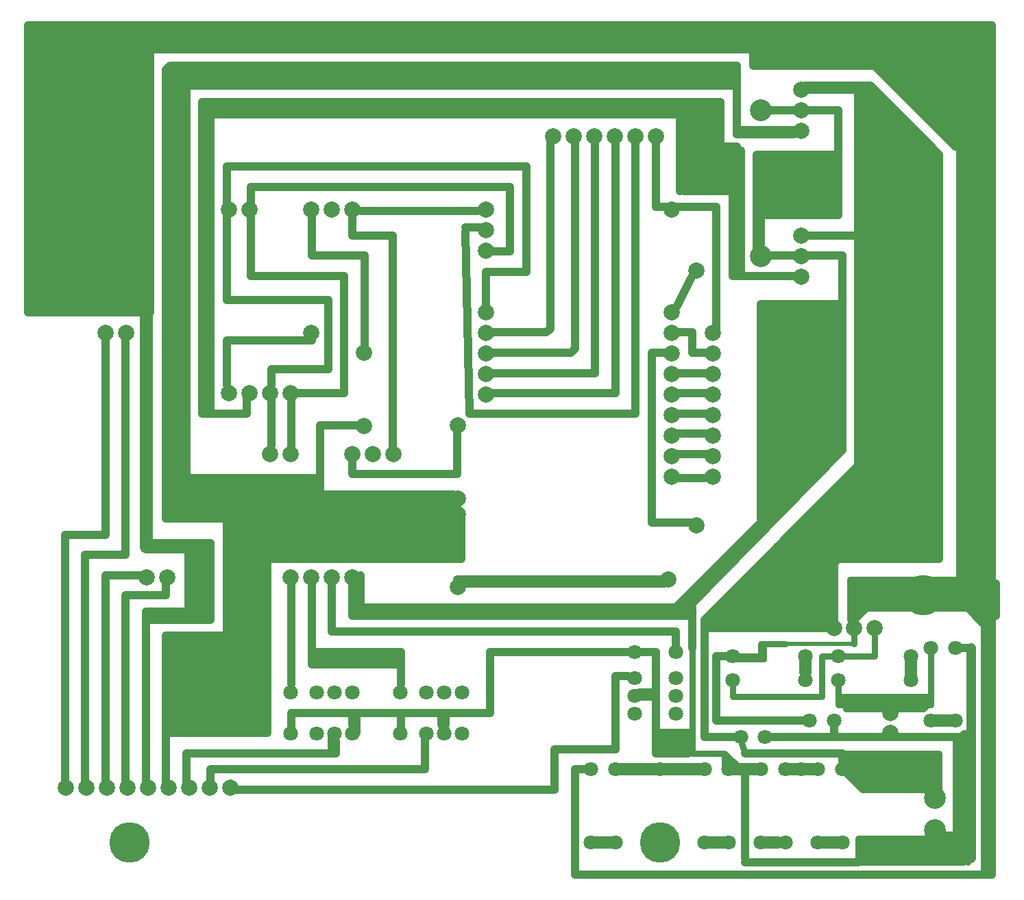
<source format=gbr>
%FSLAX32Y32*%
%MOMM*%
%LNKUPFERSEITE2*%
G71*
G01*
%ADD10C, 1.80*%
%ADD11C, 1.50*%
%ADD12C, 2.70*%
%ADD13C, 1.00*%
%ADD14C, 3.50*%
%ADD15C, 0.80*%
%ADD16C, 1.20*%
%ADD17C, 2.00*%
%ADD18C, 0.50*%
%ADD19C, 5.00*%
%ADD20C, 4.00*%
%ADD21C, 2.00*%
%ADD22C, 3.00*%
%ADD23C, 1.60*%
%LPD*%
X10100Y450D02*
G54D10*
D03*
X9800Y450D02*
G54D10*
D03*
X10100Y1350D02*
G54D10*
D03*
X9800Y1350D02*
G54D10*
D03*
X9400Y1350D02*
G54D10*
D03*
X9600Y1350D02*
G54D10*
D03*
X9400Y450D02*
G54D10*
D03*
X9100Y450D02*
G54D10*
D03*
X9100Y1350D02*
G54D10*
D03*
G54D11*
X9150Y450D02*
X9300Y450D01*
G54D11*
X9850Y450D02*
X10050Y450D01*
G54D11*
X9450Y1350D02*
X9550Y1350D01*
G54D11*
X9650Y1350D02*
X9750Y1350D01*
X8700Y1350D02*
G54D10*
D03*
X8700Y450D02*
G54D10*
D03*
X8400Y450D02*
G54D10*
D03*
X8400Y1350D02*
G54D10*
D03*
G54D11*
X8750Y1350D02*
X9050Y1350D01*
G54D11*
X8450Y450D02*
X8650Y450D01*
X7300Y1350D02*
G54D10*
D03*
X7850Y1350D02*
G54D10*
D03*
X7300Y450D02*
G54D10*
D03*
G54D11*
X7350Y1350D02*
X7800Y1350D01*
G54D11*
X7900Y1350D02*
X8350Y1350D01*
X7000Y450D02*
G54D10*
D03*
X7000Y1350D02*
G54D10*
D03*
G54D11*
X7050Y450D02*
X7250Y450D01*
X11250Y600D02*
G54D12*
D03*
X11250Y1000D02*
G54D12*
D03*
G54D13*
X8900Y1300D02*
X8900Y250D01*
G54D13*
X8900Y200D02*
X10300Y200D01*
G54D14*
X10450Y350D02*
X11450Y350D01*
G54D15*
X10250Y200D02*
X11600Y200D01*
G54D15*
X10300Y350D02*
X10300Y250D01*
G54D15*
X11350Y550D02*
X11600Y550D01*
G54D13*
X11550Y300D02*
X11550Y1750D01*
G54D15*
X11250Y1150D02*
X10400Y1150D01*
X10200Y1350D01*
G54D15*
X11150Y1100D02*
X10400Y1100D01*
X10350Y1100D01*
X10150Y1300D01*
G54D15*
X11300Y1150D02*
X11300Y1350D01*
X10200Y1350D01*
G54D15*
X10300Y1300D02*
X11250Y1300D01*
X11250Y1200D01*
X10400Y1200D01*
X10350Y1250D01*
X11250Y1250D01*
G54D15*
X11300Y1200D02*
X11300Y1100D01*
G54D15*
X10300Y350D02*
X10300Y500D01*
X10450Y500D01*
X11150Y500D01*
G54D13*
X10100Y1450D02*
X10100Y1550D01*
X8900Y1550D01*
G54D15*
X10150Y1450D02*
X10250Y1350D01*
X9150Y1750D02*
G54D10*
D03*
X8850Y1750D02*
G54D10*
D03*
G54D13*
X9200Y1750D02*
X11550Y1750D01*
X10000Y1950D02*
G54D10*
D03*
X9700Y1950D02*
G54D10*
D03*
G54D13*
X10000Y1900D02*
X10000Y1750D01*
G54D15*
X11500Y550D02*
X11500Y1700D01*
G54D15*
X11600Y600D02*
X11600Y1750D01*
X11450Y1750D01*
G54D15*
X11600Y600D02*
X11600Y200D01*
G54D15*
X10150Y1500D02*
X11300Y1500D01*
X11300Y1400D01*
X11300Y1300D01*
X11300Y1450D01*
X10200Y1450D01*
X10250Y1400D01*
X11250Y1400D01*
X11300Y1450D01*
G54D15*
X10100Y1550D02*
X11300Y1550D01*
X11300Y1400D01*
X11500Y1950D02*
G54D10*
D03*
X11200Y1950D02*
G54D10*
D03*
X11500Y2850D02*
G54D10*
D03*
X11200Y2850D02*
G54D10*
D03*
G54D11*
X11250Y1950D02*
X11450Y1950D01*
G54D16*
X11700Y250D02*
X11700Y2850D01*
G54D13*
X11700Y2850D02*
X11550Y2850D01*
G54D15*
X11700Y1800D02*
X11600Y1800D01*
X11550Y1750D01*
G54D15*
X11650Y1800D02*
X11650Y200D01*
G54D13*
X6900Y1350D02*
X6800Y1350D01*
X6800Y50D01*
X11950Y50D01*
X11950Y2950D01*
X10950Y2750D02*
G54D10*
D03*
X10050Y2750D02*
G54D10*
D03*
X10950Y2450D02*
G54D10*
D03*
X10050Y2450D02*
G54D10*
D03*
X9650Y2750D02*
G54D10*
D03*
X9650Y2450D02*
G54D10*
D03*
X8750Y2750D02*
G54D10*
D03*
X8750Y2450D02*
G54D10*
D03*
G54D11*
X9650Y2550D02*
X9650Y2700D01*
G54D11*
X10950Y2500D02*
X10950Y2700D01*
G54D15*
X8750Y2400D02*
X8750Y2250D01*
X9850Y2250D01*
X9850Y2750D01*
X10000Y2750D01*
G54D15*
X10050Y2400D02*
X10050Y2250D01*
X11200Y2250D01*
X11200Y2800D01*
G54D15*
X10050Y2200D02*
X11200Y2200D01*
X11200Y2300D01*
G54D15*
X10050Y2300D02*
X10050Y2200D01*
X10700Y1800D02*
G54D17*
D03*
X10700Y2050D02*
G54D17*
D03*
G54D15*
X10050Y2150D02*
X11200Y2150D01*
X11200Y2250D01*
X10050Y2250D01*
X10050Y2150D01*
G54D15*
X10150Y2100D02*
X11100Y2100D01*
X11150Y2150D01*
G54D13*
X9650Y1950D02*
X8550Y1950D01*
G54D13*
X8550Y1950D02*
X8550Y2750D01*
X8750Y2750D01*
G54D13*
X8550Y2100D02*
X8550Y1950D01*
X10500Y3100D02*
G54D17*
D03*
X10250Y3100D02*
G54D17*
D03*
X10000Y3100D02*
G54D17*
D03*
G54D18*
X8700Y2700D02*
X9150Y2700D01*
X9150Y2850D01*
X9150Y2900D01*
X10250Y2900D01*
X10250Y2950D01*
G54D15*
X8750Y2750D02*
X9100Y2750D01*
X9100Y2900D01*
X9400Y2900D01*
G54D15*
X10250Y2900D02*
X10250Y3000D01*
G54D15*
X10100Y2750D02*
X10500Y2750D01*
X10500Y3050D01*
G54D13*
X10250Y3150D02*
X10250Y3200D01*
X10400Y3350D01*
X11950Y3350D01*
X11950Y2900D01*
X11950Y2950D01*
X11950Y3300D01*
G54D15*
X10200Y3200D02*
X10200Y3700D01*
X11950Y3700D01*
X11950Y3400D01*
X10250Y3400D01*
X10250Y3350D01*
X10200Y3300D01*
X10200Y3400D01*
X10300Y3500D01*
X10300Y3600D01*
X10250Y3650D01*
X10250Y3500D01*
X10250Y3550D01*
X10350Y3650D01*
X11900Y3650D01*
X11900Y3450D01*
X10300Y3450D01*
X10300Y3550D01*
X10350Y3600D01*
X11850Y3600D01*
X11950Y3500D01*
X11850Y3500D01*
X10350Y3500D01*
X10300Y3550D01*
X11850Y3550D01*
G54D15*
X11850Y3300D02*
X11850Y100D01*
X11900Y50D01*
X11900Y3200D01*
X11900Y3400D01*
X11100Y3500D02*
G54D19*
D03*
G54D15*
X8900Y1550D02*
X8850Y1700D01*
G54D13*
X8800Y1750D02*
X8400Y1750D01*
X8400Y3050D01*
G54D15*
X8650Y1400D02*
X8650Y1550D01*
X8250Y1550D01*
X8250Y3150D01*
G54D15*
X8650Y1550D02*
X8800Y1400D01*
X8750Y1400D01*
X8700Y1450D01*
G54D13*
X9950Y3100D02*
X8400Y3100D01*
X7950Y3700D02*
G54D17*
D03*
X8000Y4970D02*
G54D17*
D03*
X8000Y5224D02*
G54D17*
D03*
X8000Y5478D02*
G54D17*
D03*
X8000Y5732D02*
G54D17*
D03*
X8000Y5986D02*
G54D17*
D03*
X8000Y6240D02*
G54D17*
D03*
X8000Y6494D02*
G54D17*
D03*
X8000Y6748D02*
G54D17*
D03*
X8000Y7002D02*
G54D17*
D03*
X8000Y8272D02*
G54D17*
D03*
X5700Y8272D02*
G54D17*
D03*
X5700Y8018D02*
G54D17*
D03*
X5700Y7764D02*
G54D17*
D03*
X5700Y7002D02*
G54D17*
D03*
X5700Y6748D02*
G54D17*
D03*
X5700Y6494D02*
G54D17*
D03*
X5700Y6240D02*
G54D17*
D03*
X5700Y5986D02*
G54D17*
D03*
G54D20*
X200Y10400D02*
X6025Y10400D01*
X11800Y10400D01*
G54D21*
X11900Y3650D02*
X11900Y10450D01*
X11900Y10450D01*
G54D22*
X11650Y3750D02*
X11650Y10450D01*
G54D21*
X10500Y4100D02*
X10500Y9650D01*
G54D21*
X10700Y4050D02*
X10700Y9450D01*
G54D21*
X10900Y4050D02*
X10900Y9250D01*
G54D21*
X11100Y4100D02*
X11050Y9100D01*
G54D21*
X11250Y4100D02*
X11250Y8900D01*
G54D15*
X11800Y3650D02*
X11800Y10550D01*
X7800Y9172D02*
G54D17*
D03*
X7546Y9172D02*
G54D17*
D03*
X7292Y9172D02*
G54D17*
D03*
X7038Y9172D02*
G54D17*
D03*
X6784Y9172D02*
G54D17*
D03*
X6530Y9172D02*
G54D17*
D03*
G54D13*
X7800Y9100D02*
X7800Y8300D01*
X7800Y8300D01*
X7950Y8300D01*
X8500Y6748D02*
G54D17*
D03*
X8500Y6494D02*
G54D17*
D03*
X8500Y6240D02*
G54D17*
D03*
X8500Y5986D02*
G54D17*
D03*
X8500Y5732D02*
G54D17*
D03*
X8500Y5478D02*
G54D17*
D03*
X8500Y5224D02*
G54D17*
D03*
X8500Y4970D02*
G54D17*
D03*
G54D13*
X8050Y6750D02*
X8250Y6750D01*
X8250Y6500D01*
X8250Y6500D01*
X8400Y6500D01*
X8450Y6500D01*
G54D13*
X8000Y8300D02*
X8550Y8300D01*
X8550Y6800D01*
G54D13*
X8050Y6250D02*
X8500Y6250D01*
G54D13*
X8050Y6000D02*
X8450Y6000D01*
G54D13*
X8050Y5750D02*
X8350Y5750D01*
X8450Y5750D01*
G54D13*
X8050Y5500D02*
X8450Y5500D01*
G54D13*
X8050Y5250D02*
X8450Y5250D01*
G54D13*
X8050Y4950D02*
X8400Y4950D01*
X8300Y4370D02*
G54D17*
D03*
G54D13*
X7950Y6500D02*
X7750Y6500D01*
X7750Y4400D01*
X8250Y4400D01*
X8300Y7520D02*
G54D17*
D03*
G54D13*
X8050Y7050D02*
X8250Y7450D01*
G54D13*
X7550Y9100D02*
X7550Y5750D01*
X5500Y5750D01*
X5450Y8000D01*
G54D13*
X5450Y8050D02*
X5650Y8050D01*
G54D13*
X5750Y7750D02*
X5950Y7750D01*
X6000Y7750D01*
X6000Y8550D01*
X2850Y8550D01*
G54D13*
X5700Y7100D02*
X5700Y7500D01*
X6200Y7500D01*
X6200Y8800D01*
X5050Y8800D01*
G54D13*
X5750Y6000D02*
X7300Y6000D01*
X7300Y9100D01*
G54D13*
X5750Y6250D02*
X7050Y6250D01*
X7050Y9100D01*
G54D13*
X5750Y6500D02*
X6750Y6500D01*
X6800Y6550D01*
X6800Y9100D01*
G54D13*
X5750Y6750D02*
X6450Y6750D01*
X6500Y6800D01*
X6500Y9100D01*
X9600Y9750D02*
G54D17*
D03*
X9600Y9496D02*
G54D17*
D03*
X9600Y9242D02*
G54D17*
D03*
X9100Y9496D02*
G54D12*
D03*
X9600Y7950D02*
G54D17*
D03*
X9600Y7696D02*
G54D17*
D03*
X9600Y7442D02*
G54D17*
D03*
X9100Y7696D02*
G54D12*
D03*
G54D21*
X10350Y9700D02*
X10350Y4100D01*
G54D13*
X9650Y9750D02*
X10400Y9750D01*
G54D13*
X9650Y7950D02*
X10350Y7950D01*
X10200Y7950D01*
X10650Y7950D01*
G54D13*
X8400Y3200D02*
X10300Y5100D01*
X10300Y4050D01*
X9350Y4050D01*
X9300Y4100D01*
X10200Y4100D01*
X10250Y4150D01*
G54D13*
X10000Y3200D02*
X10000Y4050D01*
X9350Y4050D01*
X9250Y3950D01*
X8450Y3150D01*
X9850Y3150D01*
X9900Y3200D01*
X9900Y4000D01*
X9350Y4000D01*
X9300Y3950D01*
X9300Y3900D01*
X8600Y3200D01*
X9800Y3200D01*
X9850Y3250D01*
X9850Y3950D01*
X9400Y3950D01*
X9350Y3900D01*
X9350Y3800D01*
X8800Y3250D01*
X9750Y3250D01*
X9800Y3300D01*
X9800Y3850D01*
X9750Y3900D01*
X9500Y3900D01*
X9450Y3850D01*
X9350Y3850D01*
X8700Y3200D01*
X8850Y3200D01*
X9050Y3400D01*
X9750Y3400D01*
X9700Y3350D01*
X9050Y3350D01*
X9050Y3400D01*
X9500Y3850D01*
X9700Y3850D01*
X9700Y3450D01*
X9300Y3450D01*
X9250Y3500D01*
X9550Y3800D01*
X9600Y3750D01*
X9600Y3650D01*
X9650Y3600D01*
X9600Y3550D01*
X9350Y3550D01*
X9400Y3550D01*
X9650Y3800D01*
X9650Y3550D01*
X9550Y3650D01*
X9350Y3650D01*
X9200Y3500D01*
X9350Y3500D01*
X9700Y3850D01*
G54D13*
X9450Y4150D02*
X9500Y4150D01*
X10350Y5000D01*
X10350Y4400D01*
X10050Y4100D01*
X10050Y4600D01*
X10200Y4750D01*
X10200Y4800D01*
X10200Y4250D01*
X10200Y4550D01*
X10100Y4650D01*
X10100Y4200D01*
X10300Y4200D01*
X9600Y4200D01*
X9550Y4150D01*
X9650Y4150D01*
X10050Y4550D01*
X10050Y4300D01*
X9950Y4200D01*
X9850Y4300D01*
X9900Y4300D01*
X10000Y4400D01*
G54D13*
X10050Y4000D02*
X11300Y4000D01*
X11300Y4150D01*
X10700Y4150D01*
X10600Y4050D01*
X11100Y4050D01*
X11150Y4000D01*
G54D13*
X10350Y9800D02*
X9650Y9800D01*
G54D13*
X9650Y7700D02*
X10100Y7700D01*
X10100Y5300D01*
X8250Y3400D01*
G54D13*
X9450Y4200D02*
X10200Y4950D01*
X10200Y4800D01*
X9700Y4300D01*
X10050Y4300D01*
X10050Y3950D01*
X9550Y3450D01*
X9750Y3250D01*
X9750Y3350D01*
X9900Y3500D01*
X9250Y3500D01*
X9050Y3300D01*
X9250Y3300D01*
X10400Y4450D01*
X10400Y4500D01*
X10450Y4550D01*
G54D13*
X10800Y9450D02*
X10800Y4050D01*
G54D13*
X8250Y3400D02*
X8250Y3550D01*
X10050Y5350D01*
X9950Y5350D01*
X9150Y4550D01*
X9150Y7100D01*
X10050Y7100D01*
X10050Y5450D01*
X10000Y5400D01*
G54D13*
X8250Y3300D02*
X8250Y3500D01*
X8350Y3500D01*
X8400Y3650D01*
X9950Y5250D01*
X9950Y7050D01*
X9200Y7050D01*
X9200Y4700D01*
X9900Y5400D01*
X9900Y7050D01*
X9350Y7050D01*
X9250Y6950D01*
X9250Y4850D01*
X9850Y5450D01*
X9850Y6950D01*
X9800Y7000D01*
X9400Y7000D01*
X9350Y7000D01*
X9300Y6950D01*
X9300Y5000D01*
X9800Y5500D01*
X9750Y5500D01*
X9750Y6900D01*
X9800Y6950D01*
X9400Y6950D01*
X9350Y6900D01*
X9350Y5150D01*
X9700Y5500D01*
X9700Y6900D01*
X9450Y6900D01*
X9450Y5300D01*
X9400Y5250D01*
X9400Y5350D01*
X9650Y5600D01*
X9650Y6850D01*
X9550Y6850D01*
X9550Y5550D01*
X9500Y5500D01*
X9500Y6900D01*
G54D13*
X9500Y5300D02*
X9500Y5400D01*
X9600Y5500D01*
G54D13*
X9150Y4650D02*
X9150Y4450D01*
X9150Y4600D01*
X9200Y4650D01*
X9200Y4550D01*
G54D13*
X11850Y10550D02*
X11950Y10550D01*
X11950Y10400D01*
G54D13*
X11300Y8950D02*
X11150Y9100D01*
X10450Y9800D01*
X10350Y9800D01*
G54D13*
X10500Y9650D02*
X10700Y9450D01*
G54D13*
X10600Y9500D02*
X10600Y9400D01*
X10750Y9400D01*
X11150Y9000D01*
G54D13*
X11150Y9000D02*
X11150Y8850D01*
G54D13*
X9650Y9500D02*
X10050Y9500D01*
X10050Y8200D01*
X9050Y8200D01*
X9050Y7850D01*
X9100Y7850D01*
X9100Y8150D01*
G54D13*
X9200Y7700D02*
X9550Y7700D01*
G54D13*
X9050Y7800D02*
X9050Y8000D01*
G54D13*
X9050Y8000D02*
X9050Y8950D01*
X10000Y8950D01*
X10000Y8300D01*
X9950Y8250D01*
X9150Y8250D01*
X9100Y8300D01*
X9100Y8900D01*
X9900Y8900D01*
X9900Y8300D01*
X9200Y8300D01*
X9150Y8350D01*
X9150Y8800D01*
X9200Y8850D01*
X9800Y8850D01*
X9900Y8750D01*
X9900Y8450D01*
X9800Y8350D01*
X9250Y8350D01*
X9250Y8800D01*
X9750Y8800D01*
X9800Y8850D01*
X9800Y8400D01*
X9350Y8400D01*
X9300Y8450D01*
X9300Y8750D01*
X9700Y8750D01*
X9700Y8500D01*
X9350Y8500D01*
X9350Y8650D01*
X9400Y8700D01*
X9600Y8700D01*
X9650Y8650D01*
X9650Y8600D01*
X9600Y8550D01*
X9450Y8550D01*
X9400Y8600D01*
X9550Y8600D01*
X9600Y8650D01*
X9600Y8550D01*
X9700Y8450D01*
X9500Y8450D01*
G54D13*
X9200Y9500D02*
X9500Y9500D01*
G54D13*
X9500Y9250D02*
X8950Y9250D01*
X8800Y9250D01*
X8800Y10050D01*
X1800Y10050D01*
G54D13*
X9550Y7450D02*
X8850Y7450D01*
X8850Y8500D01*
X8150Y8500D01*
X8100Y8550D01*
X8100Y9450D01*
X2200Y9450D01*
X2200Y9600D01*
X8100Y9600D01*
X8100Y9500D01*
X2700Y9500D01*
X2550Y9500D01*
X2200Y9500D01*
G54D13*
X8600Y8500D02*
X8600Y9600D01*
G54D13*
X8100Y9600D02*
X8550Y9600D01*
X8550Y8600D01*
X8150Y8600D01*
X8150Y9550D01*
X8500Y9550D01*
X8500Y8650D01*
X8200Y8650D01*
X8200Y9500D01*
X8450Y9500D01*
X8450Y8650D01*
X8300Y8650D01*
X8250Y8700D01*
X8250Y9500D01*
X8350Y9500D01*
X8350Y8700D01*
G54D13*
X8750Y9800D02*
X1750Y9800D01*
G54D13*
X9500Y9200D02*
X8800Y9200D01*
X8800Y9350D01*
X8800Y9450D01*
G54D13*
X10100Y3950D02*
X11300Y3950D01*
X11300Y4050D01*
G54D13*
X10250Y3950D02*
X10000Y3950D01*
G54D13*
X9800Y4250D02*
X9700Y4250D01*
G54D13*
X9950Y3200D02*
X9950Y4300D01*
X9950Y4150D01*
X9900Y4100D01*
G54D13*
X8300Y3500D02*
X8600Y3800D01*
X8500Y3800D01*
X8250Y3550D01*
G54D13*
X10600Y4150D02*
X10600Y9350D01*
G54D13*
X9650Y8500D02*
X9800Y8500D01*
G54D13*
X8300Y9500D02*
X8300Y8700D01*
G54D13*
X9850Y8800D02*
X9850Y8450D01*
X9850Y8600D01*
X9800Y8650D01*
X9400Y8650D01*
X9400Y8800D01*
X9450Y8850D01*
X9750Y8850D01*
G54D13*
X10550Y9100D02*
X10550Y8950D01*
X10500Y8900D01*
X10500Y7850D01*
X10450Y7800D01*
G54D13*
X9100Y10350D02*
X9100Y10150D01*
X10650Y10150D01*
X10650Y10100D01*
X11550Y9200D01*
X11550Y10300D01*
X11500Y10350D01*
X9200Y10350D01*
X9150Y10300D01*
X9150Y10250D01*
X11500Y10250D01*
X9250Y10250D01*
X9200Y10300D01*
X11500Y10300D01*
X11550Y10250D01*
X11550Y9400D01*
X11500Y9350D01*
X10600Y10250D01*
X10700Y10250D01*
X10800Y10150D01*
X11500Y10150D01*
X11500Y10200D01*
X10800Y10200D01*
X10800Y10150D01*
X11500Y9450D01*
X11500Y10050D01*
X10950Y10050D01*
X10900Y10100D01*
X11450Y10100D01*
X11450Y9600D01*
X11050Y10000D01*
X11350Y10000D01*
X11350Y9800D01*
X11400Y9750D01*
X11400Y10000D01*
X11250Y10000D01*
X11200Y9950D01*
X11300Y9950D01*
X11300Y9850D01*
X11250Y9900D01*
G54D13*
X9100Y10050D02*
X10600Y10050D01*
G54D13*
X10300Y5100D02*
X10300Y4950D01*
X10150Y4800D01*
G54D13*
X9750Y6250D02*
X9750Y5650D01*
X9750Y6050D01*
G54D13*
X8550Y3800D02*
X8800Y4050D01*
G54D13*
X10150Y4900D02*
X10300Y5050D01*
G54D13*
X9650Y5400D02*
X9650Y5500D01*
X9700Y5550D01*
X4050Y8272D02*
G54D17*
D03*
X3542Y8272D02*
G54D17*
D03*
X2780Y8272D02*
G54D17*
D03*
X2526Y8272D02*
G54D17*
D03*
G54D13*
X8600Y9600D02*
X8350Y9600D01*
X3796Y8272D02*
G54D17*
D03*
G54D13*
X4150Y8250D02*
X5600Y8250D01*
X3542Y6748D02*
G54D17*
D03*
X1256Y6748D02*
G54D17*
D03*
X1002Y6748D02*
G54D17*
D03*
G54D13*
X9100Y4450D02*
X9100Y7100D01*
X9250Y7100D01*
X4558Y5250D02*
G54D17*
D03*
X4304Y5250D02*
G54D17*
D03*
X4050Y5250D02*
G54D17*
D03*
X3288Y5250D02*
G54D17*
D03*
X3034Y5250D02*
G54D17*
D03*
X4050Y3726D02*
G54D17*
D03*
X3796Y3726D02*
G54D17*
D03*
X3542Y3726D02*
G54D17*
D03*
X3288Y3726D02*
G54D17*
D03*
X1764Y3726D02*
G54D17*
D03*
X1510Y3726D02*
G54D17*
D03*
G54D13*
X8400Y3050D02*
X8400Y3200D01*
G54D13*
X8250Y3300D02*
X8250Y3200D01*
G54D13*
X8250Y3250D02*
X8250Y2850D01*
G54D13*
X2800Y8550D02*
X2800Y8350D01*
G54D13*
X5000Y8800D02*
X2500Y8800D01*
X2500Y8350D01*
X5358Y5600D02*
G54D17*
D03*
X5358Y4700D02*
G54D17*
D03*
X5358Y4500D02*
G54D17*
D03*
X5358Y3600D02*
G54D17*
D03*
G54D13*
X5350Y4650D02*
X5350Y4550D01*
X3288Y6000D02*
G54D17*
D03*
X3034Y6000D02*
G54D17*
D03*
X2780Y6000D02*
G54D17*
D03*
X2526Y6000D02*
G54D17*
D03*
G54D13*
X4050Y8200D02*
X4050Y7950D01*
X4550Y7950D01*
X4550Y5350D01*
X4192Y6498D02*
G54D17*
D03*
X4192Y5598D02*
G54D17*
D03*
G54D13*
X3550Y8200D02*
X3550Y7700D01*
X4200Y7700D01*
X4200Y6600D01*
G54D13*
X4050Y5200D02*
X4050Y5000D01*
X5350Y5000D01*
X5350Y5550D01*
G54D13*
X4100Y5600D02*
X3650Y5600D01*
X3650Y4600D01*
X5300Y4600D01*
G54D13*
X3300Y5350D02*
X3300Y5950D01*
G54D13*
X3050Y5350D02*
X3050Y5950D01*
G54D13*
X2500Y6100D02*
X2500Y6650D01*
X3550Y6650D01*
G54D13*
X2750Y5950D02*
X2750Y5750D01*
X2300Y5750D01*
X2300Y9400D01*
G54D13*
X2250Y9400D02*
X2250Y5750D01*
G54D13*
X2200Y9400D02*
X2200Y5750D01*
G54D13*
X2200Y9600D02*
X2200Y9300D01*
G54D13*
X2550Y5750D02*
X2200Y5750D01*
G54D13*
X2800Y8200D02*
X2800Y7450D01*
X3950Y7450D01*
X3950Y6000D01*
X3350Y6000D01*
G54D13*
X2500Y8200D02*
X2500Y7150D01*
X3550Y7150D01*
X3400Y7150D01*
G54D13*
X3550Y7150D02*
X3750Y7150D01*
X3750Y6300D01*
X3050Y6300D01*
X3050Y6100D01*
G54D13*
X3600Y4950D02*
X1950Y4950D01*
X1950Y9800D01*
X1850Y9800D01*
X1850Y4850D01*
X3600Y4850D01*
X3600Y4900D01*
X1900Y4900D01*
X1900Y9800D01*
G54D13*
X1800Y9750D02*
X1800Y4800D01*
X3600Y4800D01*
X3600Y4700D01*
X1800Y4700D01*
X1800Y4750D01*
X3600Y4750D01*
X3600Y4600D01*
X1800Y4600D01*
X1800Y4800D01*
X1800Y4650D01*
X3600Y4650D01*
G54D13*
X2000Y9800D02*
X2000Y4950D01*
G54D13*
X1750Y9750D02*
X1750Y4600D01*
X2000Y4600D01*
G54D13*
X1750Y9700D02*
X1750Y10000D01*
G54D13*
X3450Y4600D02*
X3750Y4600D01*
G54D13*
X5250Y4550D02*
X1750Y4550D01*
G54D13*
X5250Y4500D02*
X1750Y4500D01*
G54D13*
X5300Y4450D02*
X1750Y4450D01*
X1750Y4700D01*
X510Y1126D02*
G54D17*
D03*
X764Y1126D02*
G54D17*
D03*
X1018Y1126D02*
G54D17*
D03*
X1272Y1126D02*
G54D17*
D03*
X1526Y1126D02*
G54D17*
D03*
X1780Y1126D02*
G54D17*
D03*
X2034Y1126D02*
G54D17*
D03*
X2288Y1126D02*
G54D17*
D03*
X2542Y1126D02*
G54D17*
D03*
G54D13*
X3700Y4650D02*
X5250Y4650D01*
X5250Y4700D01*
X3700Y4700D01*
X3700Y4750D01*
X5300Y4750D01*
G54D13*
X750Y1200D02*
X750Y4000D01*
X1250Y4000D01*
X1250Y6700D01*
G54D13*
X1000Y6700D02*
X1000Y4250D01*
X500Y4250D01*
X500Y1200D01*
G54D13*
X1000Y1200D02*
X1000Y3750D01*
X1450Y3750D01*
G54D13*
X1750Y3650D02*
X1750Y3500D01*
X1250Y3500D01*
X1250Y1200D01*
G54D13*
X50Y10550D02*
X50Y7000D01*
X100Y7000D01*
X100Y10250D01*
X150Y10250D01*
X150Y7000D01*
X200Y7000D01*
X200Y10200D01*
X250Y10200D01*
X250Y7000D01*
X300Y7000D01*
X300Y10250D01*
X350Y10250D01*
X350Y7000D01*
X400Y7000D01*
X400Y10200D01*
X450Y10200D01*
X450Y7000D01*
X500Y7000D01*
X500Y10200D01*
X550Y10200D01*
X550Y7000D01*
X600Y7000D01*
X600Y10200D01*
X650Y10200D01*
X650Y7000D01*
G54D21*
X700Y10200D02*
X700Y7050D01*
X800Y7050D01*
X800Y10200D01*
X950Y10200D01*
X950Y7050D01*
G54D21*
X1100Y7050D02*
X1100Y10150D01*
X1250Y10150D01*
X1250Y7050D01*
X1400Y7050D01*
X1400Y10150D01*
X1500Y10150D01*
X1500Y7050D01*
G54D13*
X50Y7000D02*
X1550Y7000D01*
X1550Y7400D01*
G54D13*
X1650Y10550D02*
X50Y10550D01*
G54D23*
X1500Y6950D02*
X1500Y4100D01*
G54D23*
X1500Y4100D02*
X1950Y4100D01*
X2050Y4100D01*
X2050Y3250D01*
X1550Y3250D01*
G54D13*
X1500Y3250D02*
X1500Y1200D01*
G54D13*
X1500Y3300D02*
X1750Y3300D01*
X1950Y3300D01*
X1950Y3300D01*
X1500Y3300D01*
G54D13*
X1500Y3300D02*
X1500Y3200D01*
G54D13*
X2050Y4150D02*
X2150Y4150D01*
X2150Y3200D01*
X2250Y3200D01*
X2250Y4150D01*
X2200Y4150D01*
X2200Y3250D01*
X2300Y3250D01*
X2300Y4150D01*
X1550Y4150D01*
G54D13*
X2300Y3400D02*
X2300Y3200D01*
X1550Y3200D01*
G54D13*
X2500Y4400D02*
X2500Y3000D01*
X1800Y3000D01*
X1750Y3000D01*
X1750Y1200D01*
G54D13*
X1800Y1800D02*
X3000Y1800D01*
X3000Y4400D01*
X2600Y4400D01*
X2550Y4400D01*
X2550Y2950D01*
X1800Y2950D01*
X1800Y1850D01*
X2950Y1850D01*
X2950Y4350D01*
X2600Y4350D01*
X2600Y2900D01*
X1850Y2900D01*
X1850Y1900D01*
X2900Y1900D01*
X2900Y4300D01*
X2700Y4300D01*
X2650Y4300D01*
X2650Y2850D01*
X1950Y2850D01*
X1850Y2850D01*
X1900Y2850D01*
X1900Y1950D01*
X2900Y1950D01*
X2850Y1950D01*
X2850Y4250D01*
X2700Y4250D01*
X2700Y2800D01*
X1950Y2800D01*
X1950Y2000D01*
X2800Y2000D01*
X2800Y4200D01*
X2800Y4200D01*
X2800Y2050D01*
X2750Y2050D01*
X2750Y4400D01*
G54D13*
X2700Y2750D02*
X2000Y2750D01*
X2000Y2050D01*
X2700Y2050D01*
X2700Y2700D01*
X2050Y2700D01*
X2050Y2100D01*
X2650Y2100D01*
X2650Y2700D01*
X2100Y2700D01*
X2100Y2150D01*
X2600Y2150D01*
X2600Y2650D01*
X2150Y2650D01*
X2150Y2200D01*
X2550Y2200D01*
X2550Y2600D01*
X2200Y2600D01*
X2200Y2250D01*
X2500Y2250D01*
X2500Y2550D01*
X2250Y2550D01*
X2250Y2300D01*
X2450Y2300D01*
X2450Y2500D01*
X2300Y2500D01*
X2300Y2350D01*
X2400Y2350D01*
X2400Y2450D01*
G54D13*
X2350Y2650D02*
X2350Y2250D01*
X2300Y2200D01*
X2300Y2400D01*
X2350Y2450D01*
G54D13*
X7850Y3700D02*
X5350Y3700D01*
G54D13*
X5450Y3650D02*
X7900Y3650D01*
G54D13*
X1550Y10000D02*
X1550Y10350D01*
G54D13*
X1800Y10050D02*
X1750Y10000D01*
X8750Y10000D01*
X8750Y9850D01*
X1800Y9850D01*
X1800Y9950D01*
X8700Y9950D01*
X8700Y9900D01*
X1850Y9900D01*
G54D13*
X9000Y10250D02*
X9000Y10050D01*
X9050Y10050D01*
X9050Y10200D01*
G54D13*
X9000Y10050D02*
X10700Y10050D01*
X10750Y10000D01*
G54D13*
X10600Y10050D02*
X11550Y9100D01*
X11550Y9050D01*
X11500Y9050D01*
X10550Y10000D01*
G54D13*
X11300Y8950D02*
X11300Y8800D01*
G54D13*
X8200Y3400D02*
X8200Y3400D01*
X8200Y3350D01*
X4050Y3350D01*
X4050Y3650D01*
G54D13*
X4150Y3700D02*
X4150Y3400D01*
X4150Y3750D01*
G54D13*
X4050Y3350D02*
X4050Y3300D01*
X8200Y3300D01*
X8200Y3250D01*
X4050Y3250D01*
X4050Y3450D01*
G54D13*
X8100Y3350D02*
X8250Y3500D01*
X8250Y3550D01*
X8050Y3350D01*
G54D13*
X8100Y8500D02*
X8100Y8500D01*
X8100Y8800D01*
X8050Y2800D02*
G54D10*
D03*
X8050Y2480D02*
G54D10*
D03*
X8050Y2260D02*
G54D10*
D03*
X8050Y2040D02*
G54D10*
D03*
X7542Y2800D02*
G54D10*
D03*
X7542Y2480D02*
G54D10*
D03*
X7542Y2260D02*
G54D10*
D03*
X7542Y2040D02*
G54D10*
D03*
G54D13*
X3800Y3650D02*
X3800Y3050D01*
X8050Y3050D01*
X8050Y2850D01*
G54D13*
X7600Y2800D02*
X7750Y2800D01*
X7800Y2800D01*
X7800Y1800D01*
G54D13*
X7800Y1800D02*
X8200Y1800D01*
X8200Y1750D01*
X7800Y1750D01*
X7800Y1700D01*
X8200Y1700D01*
X8200Y1650D01*
X7800Y1650D01*
X7800Y1600D01*
X8200Y1600D01*
X8200Y1550D01*
X7800Y1550D01*
X7800Y1900D01*
G54D13*
X7600Y2250D02*
X7750Y2250D01*
X7750Y2300D01*
X7600Y2300D01*
G54D13*
X2650Y1100D02*
X6550Y1100D01*
X6550Y1600D01*
X7300Y1600D01*
X7300Y2500D01*
X7450Y2500D01*
X3292Y2300D02*
G54D10*
D03*
X3292Y1792D02*
G54D10*
D03*
X3612Y2300D02*
G54D10*
D03*
X3612Y1792D02*
G54D10*
D03*
X3832Y2300D02*
G54D10*
D03*
X3832Y1792D02*
G54D10*
D03*
X4052Y2300D02*
G54D10*
D03*
X4052Y1792D02*
G54D10*
D03*
X4642Y2300D02*
G54D10*
D03*
X4642Y1792D02*
G54D10*
D03*
X4962Y2300D02*
G54D10*
D03*
X4962Y1792D02*
G54D10*
D03*
X5182Y2300D02*
G54D10*
D03*
X5182Y1792D02*
G54D10*
D03*
X5402Y2300D02*
G54D10*
D03*
X5402Y1792D02*
G54D10*
D03*
G54D13*
X3300Y3650D02*
X3300Y2400D01*
G54D13*
X4650Y2400D02*
X4650Y2650D01*
X3550Y2650D01*
X3550Y3650D01*
G54D13*
X3600Y2700D02*
X4650Y2700D01*
X4650Y2750D01*
X3600Y2750D01*
X3600Y2800D01*
X4650Y2800D01*
X4650Y2550D01*
G54D13*
X7450Y2800D02*
X5750Y2800D01*
X5750Y2050D01*
X3300Y2050D01*
X3300Y1850D01*
G54D13*
X4650Y2000D02*
X4650Y1850D01*
G54D13*
X5150Y2000D02*
X5150Y1900D01*
X5200Y1850D01*
G54D13*
X5200Y1900D02*
X5200Y2000D01*
G54D13*
X4050Y1900D02*
X4050Y2000D01*
G54D13*
X4100Y1800D02*
X4100Y2000D01*
G54D13*
X2000Y1200D02*
X2000Y1550D01*
X3800Y1550D01*
X3800Y1750D01*
G54D13*
X2300Y1200D02*
X2300Y1350D01*
X4950Y1350D01*
X4950Y1750D01*
G54D13*
X2750Y1100D02*
X2600Y1100D01*
G54D13*
X3850Y1700D02*
X3850Y1550D01*
X3750Y1550D01*
X1300Y450D02*
G54D19*
D03*
X7850Y450D02*
G54D19*
D03*
X1300Y10150D02*
G54D19*
D03*
X10700Y10150D02*
G54D19*
D03*
G54D13*
X3050Y4400D02*
X5400Y4400D01*
X5400Y4350D01*
X3000Y4350D01*
X3000Y4300D01*
X5400Y4300D01*
X5400Y4250D01*
X3050Y4250D01*
X3050Y4200D01*
X5400Y4200D01*
X5400Y4150D01*
X3050Y4150D01*
X3050Y4100D01*
X5400Y4100D01*
X5400Y4050D01*
X3050Y4050D01*
X3050Y4000D01*
X5400Y4000D01*
X5400Y3950D01*
X3050Y3950D01*
G54D13*
X5400Y3950D02*
X5400Y4500D01*
G54D13*
X10150Y4600D02*
X10150Y4250D01*
X10200Y4200D01*
X10000Y4200D01*
X9750Y4200D01*
X9700Y4150D01*
X9750Y4150D01*
X10050Y4450D01*
X10050Y4350D01*
X9850Y4150D01*
X9650Y4150D01*
X9350Y3850D01*
X9350Y3950D01*
X9750Y4350D01*
X9950Y4150D01*
X10300Y4150D01*
X10350Y4200D01*
X9550Y4200D01*
X8550Y3200D01*
X8750Y3200D01*
X10350Y4800D01*
G54D13*
X11550Y9550D02*
X11100Y10000D01*
G54D13*
X9600Y8700D02*
X9600Y8650D01*
X9850Y8400D01*
X9850Y8550D01*
X9600Y8800D01*
X9600Y8600D01*
X9800Y8400D01*
X9900Y8300D01*
G54D13*
X9100Y10200D02*
X10350Y10200D01*
X10450Y10100D01*
X10450Y10350D01*
G54D13*
X10250Y3250D02*
X10250Y3300D01*
X10350Y3400D01*
X10300Y3400D01*
X10300Y3600D01*
X10400Y3650D01*
G54D13*
X11800Y3200D02*
X11800Y3300D01*
X11850Y3350D01*
G54D13*
X11400Y3350D02*
X11250Y3350D01*
X11750Y3350D01*
X11750Y3250D01*
X11850Y3150D01*
X11650Y3350D01*
G54D13*
X9600Y6850D02*
X9600Y5550D01*
X9950Y5550D01*
X10000Y5500D01*
X10000Y7050D01*
G54D13*
X9800Y6850D02*
X9800Y5350D01*
X9850Y5300D01*
X9850Y7000D01*
X9800Y7050D01*
G54D13*
X9500Y6900D02*
X9950Y6900D01*
G54D13*
X10200Y1350D02*
X10200Y1300D01*
X10300Y1200D01*
G54D13*
X8800Y8450D02*
X8800Y7450D01*
X8750Y7450D01*
X8750Y8450D01*
X8750Y7450D01*
X8900Y7450D01*
G54D13*
X8650Y8550D02*
X8650Y9050D01*
X8800Y9050D01*
X8800Y8550D01*
X8750Y8550D01*
X8750Y9000D01*
X8700Y9000D01*
X8700Y8550D01*
X8850Y8550D01*
X8850Y9000D01*
G54D13*
X8850Y8450D02*
X8850Y8600D01*
G54D13*
X4600Y8800D02*
X5400Y8800D01*
G54D13*
X10700Y9850D02*
X10400Y10150D01*
G54D13*
X2800Y8550D02*
X3000Y8550D01*
G54D13*
X12000Y3250D02*
X12000Y3650D01*
M02*

</source>
